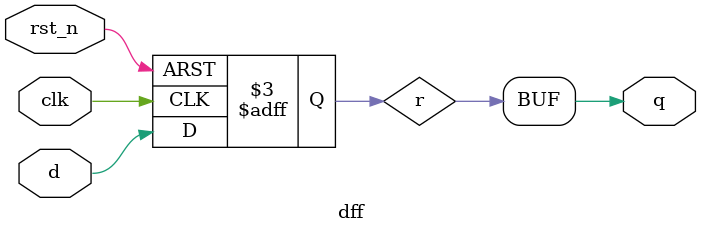
<source format=v>
/*
 * Copyright (c) 2024 Your Name
 * SPDX-License-Identifier: Apache-2.0
 */

`define default_netname none
`timescale 1ns / 1ps

////////////////////////////////////////////////////////////

module invh #(parameter H=1) ( input a, output y); 
`ifdef COCOTB_SIM
assign #1 y = ~a;
`else
initial $fatal("invh physical design not implemented");
`endif
endmodule

////////////////////////////////////////////////////////////

module tt_um_ericsmi_weste_problem_4_11 (
    input  wire [7:0] ui_in,    // Dedicated inputs
    output wire [7:0] uo_out,   // Dedicated outputs
    input  wire [7:0] uio_in,   // IOs: Input path
    output wire [7:0] uio_out,  // IOs: Output path
    output wire [7:0] uio_oe,   // IOs: Enable path (active high: 0=input, 1=output)
    input  wire       ena,      // will go high when the design is enabled
    input  wire       clk,      // clock
    input  wire       rst_n     // reset_n - low to reset
);

  wire [7:0] a;
  wire [3:0] sel;
  wire [2:0] h;
  

  wire ntest;
  wire count;

  wire [11:0] y;
  wire [3:0] b;

  assign a[7:0] = uio_in[7:0];
  assign {ntest,h[2:0],sel[3:0]} = ui_in[7:0];

  assign b[3:0] = { |y[11:9], |y[8:6], |y[5:3], |y[2:0]};

  divider divider(.rst_n(rst_n), .clk(|b), .y(count));

  // All output pins must be assigned. If not used, assign to 0.
  assign uo_out[7:0] = {1'b1, ntest, &a, b[3:0], count};
  assign uio_out = 0;
  assign uio_oe  = 0;

  ring_osc_part_a_h1 ring_osc_part_a_h1 ( 
    .en(sel[0]&h[0]), 
    .a(a[7:0]),
    .ntest(ntest),
    .y(y[0])
    );
  ring_osc_part_a_h5 ring_osc_part_a_h5 ( 
    .en(sel[0]&h[1]), 
    .a(a[7:0]),
    .ntest(ntest),
    .y(y[1])
    );  
  ring_osc_part_a_h20 ring_osc_part_a_h20 ( 
    .en(sel[0]&h[2]), 
    .a(a[7:0]),
    .ntest(ntest),
    .y(y[2])
    );

  ring_osc_part_b_h1 ring_osc_part_b_h1 ( 
    .en(sel[1]&h[0]), 
    .a(a[7:0]),
    .ntest(ntest),
    .y(y[3])
    );
  ring_osc_part_b_h5 ring_osc_part_b_h5 ( 
    .en(sel[1]&h[1]), 
    .a(a[7:0]),
    .ntest(ntest),
    .y(y[3])
    );  
  ring_osc_part_b_h20 ring_osc_part_b_h20 ( 
    .en(sel[1]&h[2]), 
    .a(a[7:0]),
    .ntest(ntest),
    .y(y[5])
    );

  ring_osc_part_c_h1 ring_osc_part_c_h1 ( 
    .en(sel[2]&h[0]), 
    .a(a[7:0]),
    .ntest(ntest),
    .y(y[6])
    );
  ring_osc_part_c_h5 ring_osc_part_c_h5 ( 
    .en(sel[2]&h[1]), 
    .a(a[7:0]),
    .ntest(ntest),
    .y(y[7])
    );  
  ring_osc_part_c_h20 ring_osc_part_c_h20 ( 
    .en(sel[2]&h[2]), 
    .a(a[7:0]),
    .ntest(ntest),
    .y(y[8])
    );

  ring_osc_part_d_h1 ring_osc_part_d_h1 ( 
    .en(sel[3]&h[0]), 
    .a(a[7:0]),
    .ntest(ntest),
    .y(y[9])
    );
  ring_osc_part_d_h5 ring_osc_part_d_h5 ( 
    .en(sel[3]&h[1]), 
    .a(a[7:0]),
    .ntest(ntest),
    .y(y[10])
    );  
  ring_osc_part_d_h20 ring_osc_part_d_h20 ( 
    .en(sel[3]&h[2]), 
    .a(a[7:0]),
    .ntest(ntest),
    .y(y[11])
    );

endmodule

////////////////////////////////////////////////////////////

module divider #(parameter WIDTH=4) ( input rst_n, clk, output y);

  wire [WIDTH-1:0] count;
  
  dff counter [WIDTH-1:0] (
    .rst_n({WIDTH{rst_n}}),
    .d(~count),
    .clk({count[WIDTH-2:0],clk}),
    .q(count));
  
  assign y = count[WIDTH-1];

endmodule

////////////////////////////////////////////////////////////

module dff (input rst_n, d, clk, output q);
reg r;
assign q=r;
always @(negedge rst_n or posedge clk)
  if(~rst_n) 
     r<=0;
  else
     r<=d;
endmodule

</source>
